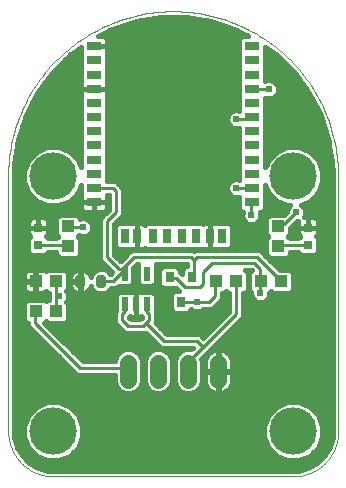
<source format=gtl>
G75*
%MOIN*%
%OFA0B0*%
%FSLAX25Y25*%
%IPPOS*%
%LPD*%
%AMOC8*
5,1,8,0,0,1.08239X$1,22.5*
%
%ADD10R,0.03150X0.03543*%
%ADD11C,0.02830*%
%ADD12R,0.03150X0.03150*%
%ADD13R,0.04331X0.03937*%
%ADD14R,0.05118X0.03150*%
%ADD15R,0.03150X0.05118*%
%ADD16C,0.00000*%
%ADD17C,0.05543*%
%ADD18C,0.15811*%
%ADD19R,0.02165X0.04724*%
%ADD20C,0.01600*%
%ADD21C,0.01000*%
%ADD22C,0.02400*%
D10*
X0060560Y0085443D03*
X0064300Y0077175D03*
X0068040Y0085443D03*
D11*
X0038153Y0084756D02*
X0038153Y0083256D01*
X0037447Y0083256D01*
X0037447Y0084756D01*
X0038153Y0084756D01*
X0031153Y0084756D02*
X0031153Y0083256D01*
X0030447Y0083256D01*
X0030447Y0084756D01*
X0031153Y0084756D01*
D12*
X0016800Y0096053D03*
X0016800Y0101959D03*
X0106800Y0101959D03*
X0106800Y0096053D03*
D13*
X0097646Y0084006D03*
X0090954Y0084006D03*
X0096800Y0095659D03*
X0096800Y0102352D03*
X0082646Y0084006D03*
X0075954Y0084006D03*
X0026800Y0095659D03*
X0026800Y0102352D03*
X0022646Y0084006D03*
X0022646Y0074006D03*
X0015954Y0074006D03*
X0015954Y0084006D03*
D14*
X0035422Y0110423D03*
X0035422Y0115148D03*
X0035422Y0119872D03*
X0035422Y0124596D03*
X0035422Y0129321D03*
X0035422Y0134045D03*
X0035422Y0138770D03*
X0035422Y0143494D03*
X0035422Y0148219D03*
X0035422Y0152943D03*
X0035422Y0157667D03*
X0035422Y0162392D03*
X0088178Y0162392D03*
X0088178Y0157667D03*
X0088178Y0152943D03*
X0088178Y0148219D03*
X0088178Y0143494D03*
X0088178Y0138770D03*
X0088178Y0134045D03*
X0088178Y0129321D03*
X0088178Y0124596D03*
X0088178Y0119872D03*
X0088178Y0115148D03*
X0088178Y0110423D03*
D15*
X0077942Y0099006D03*
X0074005Y0099006D03*
X0069280Y0099006D03*
X0064556Y0099006D03*
X0059831Y0099006D03*
X0055107Y0099006D03*
X0049595Y0099006D03*
X0045658Y0099006D03*
D16*
X0006800Y0119006D02*
X0006816Y0120345D01*
X0006865Y0121684D01*
X0006947Y0123021D01*
X0007061Y0124355D01*
X0007207Y0125687D01*
X0007386Y0127014D01*
X0007597Y0128337D01*
X0007841Y0129654D01*
X0008116Y0130965D01*
X0008423Y0132268D01*
X0008762Y0133564D01*
X0009132Y0134851D01*
X0009533Y0136129D01*
X0009966Y0137397D01*
X0010429Y0138654D01*
X0010923Y0139899D01*
X0011447Y0141132D01*
X0012000Y0142351D01*
X0012584Y0143557D01*
X0013196Y0144748D01*
X0013837Y0145924D01*
X0014507Y0147084D01*
X0015205Y0148227D01*
X0015930Y0149353D01*
X0016683Y0150461D01*
X0017462Y0151551D01*
X0018268Y0152621D01*
X0019099Y0153671D01*
X0019956Y0154700D01*
X0020838Y0155709D01*
X0021743Y0156695D01*
X0022673Y0157659D01*
X0023626Y0158601D01*
X0024601Y0159519D01*
X0025599Y0160412D01*
X0026618Y0161282D01*
X0027658Y0162126D01*
X0028718Y0162944D01*
X0029798Y0163737D01*
X0030896Y0164503D01*
X0032014Y0165242D01*
X0033148Y0165954D01*
X0034300Y0166637D01*
X0035468Y0167293D01*
X0036652Y0167920D01*
X0037850Y0168518D01*
X0039063Y0169086D01*
X0040289Y0169625D01*
X0041528Y0170134D01*
X0042779Y0170612D01*
X0044042Y0171060D01*
X0045314Y0171477D01*
X0046597Y0171863D01*
X0047889Y0172218D01*
X0049189Y0172541D01*
X0050496Y0172832D01*
X0051810Y0173091D01*
X0053130Y0173318D01*
X0054455Y0173513D01*
X0055785Y0173676D01*
X0057118Y0173806D01*
X0058453Y0173904D01*
X0059791Y0173969D01*
X0061130Y0174002D01*
X0062470Y0174002D01*
X0063809Y0173969D01*
X0065147Y0173904D01*
X0066482Y0173806D01*
X0067815Y0173676D01*
X0069145Y0173513D01*
X0070470Y0173318D01*
X0071790Y0173091D01*
X0073104Y0172832D01*
X0074411Y0172541D01*
X0075711Y0172218D01*
X0077003Y0171863D01*
X0078286Y0171477D01*
X0079558Y0171060D01*
X0080821Y0170612D01*
X0082072Y0170134D01*
X0083311Y0169625D01*
X0084537Y0169086D01*
X0085750Y0168518D01*
X0086948Y0167920D01*
X0088132Y0167293D01*
X0089300Y0166637D01*
X0090452Y0165954D01*
X0091586Y0165242D01*
X0092704Y0164503D01*
X0093802Y0163737D01*
X0094882Y0162944D01*
X0095942Y0162126D01*
X0096982Y0161282D01*
X0098001Y0160412D01*
X0098999Y0159519D01*
X0099974Y0158601D01*
X0100927Y0157659D01*
X0101857Y0156695D01*
X0102762Y0155709D01*
X0103644Y0154700D01*
X0104501Y0153671D01*
X0105332Y0152621D01*
X0106138Y0151551D01*
X0106917Y0150461D01*
X0107670Y0149353D01*
X0108395Y0148227D01*
X0109093Y0147084D01*
X0109763Y0145924D01*
X0110404Y0144748D01*
X0111016Y0143557D01*
X0111600Y0142351D01*
X0112153Y0141132D01*
X0112677Y0139899D01*
X0113171Y0138654D01*
X0113634Y0137397D01*
X0114067Y0136129D01*
X0114468Y0134851D01*
X0114838Y0133564D01*
X0115177Y0132268D01*
X0115484Y0130965D01*
X0115759Y0129654D01*
X0116003Y0128337D01*
X0116214Y0127014D01*
X0116393Y0125687D01*
X0116539Y0124355D01*
X0116653Y0123021D01*
X0116735Y0121684D01*
X0116784Y0120345D01*
X0116800Y0119006D01*
X0116800Y0034006D01*
X0116796Y0033644D01*
X0116782Y0033281D01*
X0116761Y0032919D01*
X0116730Y0032558D01*
X0116691Y0032198D01*
X0116643Y0031839D01*
X0116586Y0031481D01*
X0116521Y0031124D01*
X0116447Y0030769D01*
X0116364Y0030416D01*
X0116273Y0030065D01*
X0116174Y0029717D01*
X0116066Y0029371D01*
X0115950Y0029027D01*
X0115825Y0028687D01*
X0115693Y0028350D01*
X0115552Y0028016D01*
X0115403Y0027685D01*
X0115246Y0027358D01*
X0115082Y0027035D01*
X0114910Y0026716D01*
X0114730Y0026402D01*
X0114542Y0026091D01*
X0114347Y0025786D01*
X0114145Y0025485D01*
X0113935Y0025189D01*
X0113719Y0024899D01*
X0113495Y0024613D01*
X0113265Y0024333D01*
X0113028Y0024059D01*
X0112784Y0023791D01*
X0112534Y0023528D01*
X0112278Y0023272D01*
X0112015Y0023022D01*
X0111747Y0022778D01*
X0111473Y0022541D01*
X0111193Y0022311D01*
X0110907Y0022087D01*
X0110617Y0021871D01*
X0110321Y0021661D01*
X0110020Y0021459D01*
X0109715Y0021264D01*
X0109404Y0021076D01*
X0109090Y0020896D01*
X0108771Y0020724D01*
X0108448Y0020560D01*
X0108121Y0020403D01*
X0107790Y0020254D01*
X0107456Y0020113D01*
X0107119Y0019981D01*
X0106779Y0019856D01*
X0106435Y0019740D01*
X0106089Y0019632D01*
X0105741Y0019533D01*
X0105390Y0019442D01*
X0105037Y0019359D01*
X0104682Y0019285D01*
X0104325Y0019220D01*
X0103967Y0019163D01*
X0103608Y0019115D01*
X0103248Y0019076D01*
X0102887Y0019045D01*
X0102525Y0019024D01*
X0102162Y0019010D01*
X0101800Y0019006D01*
X0021800Y0019006D01*
X0021438Y0019010D01*
X0021075Y0019024D01*
X0020713Y0019045D01*
X0020352Y0019076D01*
X0019992Y0019115D01*
X0019633Y0019163D01*
X0019275Y0019220D01*
X0018918Y0019285D01*
X0018563Y0019359D01*
X0018210Y0019442D01*
X0017859Y0019533D01*
X0017511Y0019632D01*
X0017165Y0019740D01*
X0016821Y0019856D01*
X0016481Y0019981D01*
X0016144Y0020113D01*
X0015810Y0020254D01*
X0015479Y0020403D01*
X0015152Y0020560D01*
X0014829Y0020724D01*
X0014510Y0020896D01*
X0014196Y0021076D01*
X0013885Y0021264D01*
X0013580Y0021459D01*
X0013279Y0021661D01*
X0012983Y0021871D01*
X0012693Y0022087D01*
X0012407Y0022311D01*
X0012127Y0022541D01*
X0011853Y0022778D01*
X0011585Y0023022D01*
X0011322Y0023272D01*
X0011066Y0023528D01*
X0010816Y0023791D01*
X0010572Y0024059D01*
X0010335Y0024333D01*
X0010105Y0024613D01*
X0009881Y0024899D01*
X0009665Y0025189D01*
X0009455Y0025485D01*
X0009253Y0025786D01*
X0009058Y0026091D01*
X0008870Y0026402D01*
X0008690Y0026716D01*
X0008518Y0027035D01*
X0008354Y0027358D01*
X0008197Y0027685D01*
X0008048Y0028016D01*
X0007907Y0028350D01*
X0007775Y0028687D01*
X0007650Y0029027D01*
X0007534Y0029371D01*
X0007426Y0029717D01*
X0007327Y0030065D01*
X0007236Y0030416D01*
X0007153Y0030769D01*
X0007079Y0031124D01*
X0007014Y0031481D01*
X0006957Y0031839D01*
X0006909Y0032198D01*
X0006870Y0032558D01*
X0006839Y0032919D01*
X0006818Y0033281D01*
X0006804Y0033644D01*
X0006800Y0034006D01*
X0006800Y0119006D01*
D17*
X0046800Y0056778D02*
X0046800Y0051234D01*
X0056800Y0051234D02*
X0056800Y0056778D01*
X0066800Y0056778D02*
X0066800Y0051234D01*
X0076800Y0051234D02*
X0076800Y0056778D01*
D18*
X0101800Y0034006D03*
X0101800Y0119006D03*
X0021800Y0119006D03*
X0021800Y0034006D03*
D19*
X0045560Y0076388D03*
X0049300Y0076388D03*
X0053040Y0076388D03*
X0053040Y0086624D03*
X0045560Y0086624D03*
D20*
X0011328Y0025970D02*
X0013764Y0023534D01*
X0016749Y0021811D01*
X0020077Y0020919D01*
X0021800Y0020806D01*
X0101800Y0020806D01*
X0103523Y0020919D01*
X0106851Y0021811D01*
X0109836Y0023534D01*
X0112272Y0025970D01*
X0113995Y0028954D01*
X0114887Y0032283D01*
X0115000Y0034006D01*
X0115000Y0119006D01*
X0114836Y0123180D01*
X0113530Y0131425D01*
X0110950Y0139365D01*
X0107160Y0146803D01*
X0102254Y0153557D01*
X0096351Y0159459D01*
X0092537Y0162230D01*
X0092537Y0160071D01*
X0092495Y0160030D01*
X0092537Y0159988D01*
X0092537Y0155347D01*
X0092495Y0155305D01*
X0092537Y0155263D01*
X0092537Y0150730D01*
X0093203Y0151006D01*
X0094397Y0151006D01*
X0095499Y0150549D01*
X0096343Y0149705D01*
X0096800Y0148603D01*
X0096800Y0147409D01*
X0096343Y0146307D01*
X0095499Y0145463D01*
X0094397Y0145006D01*
X0093203Y0145006D01*
X0092537Y0145282D01*
X0092537Y0141174D01*
X0092495Y0141132D01*
X0092537Y0141090D01*
X0092537Y0136449D01*
X0092495Y0136407D01*
X0092537Y0136366D01*
X0092537Y0131725D01*
X0092495Y0131683D01*
X0092537Y0131641D01*
X0092537Y0127000D01*
X0092495Y0126959D01*
X0092537Y0126917D01*
X0092537Y0122276D01*
X0092495Y0122234D01*
X0092537Y0122192D01*
X0092537Y0122005D01*
X0093572Y0124504D01*
X0096302Y0127234D01*
X0099869Y0128711D01*
X0103731Y0128711D01*
X0107298Y0127234D01*
X0110028Y0124504D01*
X0111505Y0120936D01*
X0111505Y0117075D01*
X0110028Y0113508D01*
X0107298Y0110778D01*
X0104415Y0109584D01*
X0104499Y0109549D01*
X0105343Y0108705D01*
X0105800Y0107603D01*
X0105800Y0106409D01*
X0105354Y0105333D01*
X0106800Y0105333D01*
X0106800Y0101959D01*
X0106800Y0101959D01*
X0106800Y0105333D01*
X0108612Y0105333D01*
X0109070Y0105211D01*
X0109480Y0104974D01*
X0109815Y0104639D01*
X0110052Y0104228D01*
X0110175Y0103770D01*
X0110175Y0101959D01*
X0106800Y0101959D01*
X0106800Y0101959D01*
X0103425Y0101959D01*
X0103425Y0103770D01*
X0103500Y0104049D01*
X0103397Y0104006D01*
X0103053Y0104006D01*
X0100765Y0101719D01*
X0100765Y0099638D01*
X0100133Y0099006D01*
X0100765Y0098374D01*
X0100765Y0098306D01*
X0103425Y0098306D01*
X0103425Y0098374D01*
X0104058Y0099006D01*
X0103785Y0099279D01*
X0103548Y0099689D01*
X0103425Y0100147D01*
X0103425Y0101959D01*
X0106800Y0101959D01*
X0106800Y0101959D01*
X0110175Y0101959D01*
X0110175Y0100147D01*
X0110052Y0099689D01*
X0109815Y0099279D01*
X0109542Y0099006D01*
X0110175Y0098374D01*
X0110175Y0093733D01*
X0109120Y0092678D01*
X0104480Y0092678D01*
X0103452Y0093706D01*
X0100765Y0093706D01*
X0100765Y0092945D01*
X0099711Y0091891D01*
X0093889Y0091891D01*
X0092835Y0092945D01*
X0092835Y0098374D01*
X0093467Y0099006D01*
X0092835Y0099638D01*
X0092835Y0105066D01*
X0093889Y0106121D01*
X0098662Y0106121D01*
X0099800Y0107259D01*
X0099800Y0107603D01*
X0100257Y0108705D01*
X0100852Y0109300D01*
X0099869Y0109300D01*
X0096302Y0110778D01*
X0093572Y0113508D01*
X0092537Y0116007D01*
X0092537Y0112827D01*
X0092495Y0112785D01*
X0092537Y0112744D01*
X0092537Y0108103D01*
X0091483Y0107048D01*
X0090615Y0107048D01*
X0090800Y0106603D01*
X0090800Y0105409D01*
X0090343Y0104307D01*
X0089499Y0103463D01*
X0088397Y0103006D01*
X0087203Y0103006D01*
X0086101Y0103463D01*
X0085257Y0104307D01*
X0084800Y0105409D01*
X0084800Y0106603D01*
X0084985Y0107048D01*
X0084873Y0107048D01*
X0083819Y0108103D01*
X0083819Y0112181D01*
X0083397Y0112006D01*
X0082203Y0112006D01*
X0081101Y0112463D01*
X0080257Y0113307D01*
X0079800Y0114409D01*
X0079800Y0115603D01*
X0080257Y0116705D01*
X0081101Y0117549D01*
X0082203Y0118006D01*
X0083397Y0118006D01*
X0083819Y0117831D01*
X0083819Y0122192D01*
X0083861Y0122234D01*
X0083819Y0122276D01*
X0083819Y0126917D01*
X0083861Y0126959D01*
X0083819Y0127000D01*
X0083819Y0131641D01*
X0083861Y0131683D01*
X0083819Y0131725D01*
X0083819Y0135181D01*
X0083397Y0135006D01*
X0082203Y0135006D01*
X0081101Y0135463D01*
X0080257Y0136307D01*
X0079800Y0137409D01*
X0079800Y0138603D01*
X0080257Y0139705D01*
X0081101Y0140549D01*
X0082203Y0141006D01*
X0083397Y0141006D01*
X0083819Y0140831D01*
X0083819Y0141090D01*
X0083861Y0141132D01*
X0083819Y0141174D01*
X0083819Y0145814D01*
X0083861Y0145856D01*
X0083819Y0145898D01*
X0083819Y0150539D01*
X0083861Y0150581D01*
X0083819Y0150623D01*
X0083819Y0155263D01*
X0083861Y0155305D01*
X0083819Y0155347D01*
X0083819Y0159988D01*
X0083861Y0160030D01*
X0083819Y0160071D01*
X0083819Y0164712D01*
X0084873Y0165767D01*
X0086849Y0165767D01*
X0082159Y0168156D01*
X0074219Y0170736D01*
X0065974Y0172042D01*
X0057626Y0172042D01*
X0049381Y0170736D01*
X0041441Y0168156D01*
X0036751Y0165767D01*
X0038218Y0165767D01*
X0038676Y0165644D01*
X0039086Y0165407D01*
X0039421Y0165072D01*
X0039658Y0164661D01*
X0039781Y0164204D01*
X0039781Y0162392D01*
X0035422Y0162392D01*
X0035422Y0162392D01*
X0039781Y0162392D01*
X0039781Y0160580D01*
X0039658Y0160122D01*
X0039654Y0160115D01*
X0039781Y0159988D01*
X0039781Y0155347D01*
X0039739Y0155305D01*
X0039781Y0155263D01*
X0039781Y0150623D01*
X0039654Y0150496D01*
X0039658Y0150488D01*
X0039781Y0150030D01*
X0039781Y0148219D01*
X0035422Y0148219D01*
X0035422Y0148218D01*
X0031063Y0148218D01*
X0031063Y0146407D01*
X0031186Y0145949D01*
X0031190Y0145941D01*
X0031063Y0145814D01*
X0031063Y0141174D01*
X0031105Y0141132D01*
X0031063Y0141090D01*
X0031063Y0136449D01*
X0031105Y0136407D01*
X0031063Y0136366D01*
X0031063Y0131725D01*
X0031105Y0131683D01*
X0031063Y0131641D01*
X0031063Y0127000D01*
X0031105Y0126959D01*
X0031063Y0126917D01*
X0031063Y0122276D01*
X0031105Y0122234D01*
X0031063Y0122192D01*
X0031063Y0122005D01*
X0030028Y0124504D01*
X0027298Y0127234D01*
X0023731Y0128711D01*
X0019869Y0128711D01*
X0016302Y0127234D01*
X0013572Y0124504D01*
X0012094Y0120936D01*
X0012094Y0117075D01*
X0013572Y0113508D01*
X0016302Y0110778D01*
X0019869Y0109300D01*
X0023731Y0109300D01*
X0027298Y0110778D01*
X0030028Y0113508D01*
X0031063Y0116007D01*
X0031063Y0112827D01*
X0031190Y0112700D01*
X0031186Y0112693D01*
X0031063Y0112235D01*
X0031063Y0110423D01*
X0031063Y0108611D01*
X0031186Y0108154D01*
X0031423Y0107743D01*
X0031758Y0107408D01*
X0032168Y0107171D01*
X0032626Y0107048D01*
X0035422Y0107048D01*
X0038218Y0107048D01*
X0038676Y0107171D01*
X0039086Y0107408D01*
X0039421Y0107743D01*
X0039658Y0108154D01*
X0039781Y0108611D01*
X0039781Y0110423D01*
X0035422Y0110423D01*
X0035422Y0110423D01*
X0035422Y0107048D01*
X0035422Y0110423D01*
X0031063Y0110423D01*
X0035422Y0110423D01*
X0035422Y0110423D01*
X0035422Y0110423D01*
X0039781Y0110423D01*
X0039781Y0112235D01*
X0039658Y0112693D01*
X0039654Y0112700D01*
X0039660Y0112706D01*
X0040500Y0112706D01*
X0040500Y0107959D01*
X0038847Y0106306D01*
X0037500Y0104959D01*
X0037500Y0091053D01*
X0041500Y0087053D01*
X0041547Y0087006D01*
X0040949Y0086408D01*
X0040879Y0086577D01*
X0039975Y0087482D01*
X0038793Y0087971D01*
X0036807Y0087971D01*
X0035625Y0087482D01*
X0034721Y0086577D01*
X0034281Y0085515D01*
X0034245Y0085694D01*
X0034003Y0086279D01*
X0033651Y0086806D01*
X0033203Y0087254D01*
X0032676Y0087605D01*
X0032091Y0087848D01*
X0031470Y0087971D01*
X0030884Y0087971D01*
X0030884Y0084090D01*
X0030716Y0084090D01*
X0030716Y0083922D01*
X0027231Y0083922D01*
X0027231Y0082939D01*
X0027355Y0082318D01*
X0027597Y0081733D01*
X0027949Y0081206D01*
X0028397Y0080758D01*
X0028924Y0080406D01*
X0029509Y0080164D01*
X0030130Y0080041D01*
X0030716Y0080041D01*
X0030716Y0083922D01*
X0030884Y0083922D01*
X0030884Y0080041D01*
X0031470Y0080041D01*
X0032091Y0080164D01*
X0032676Y0080406D01*
X0033203Y0080758D01*
X0033651Y0081206D01*
X0034003Y0081733D01*
X0034245Y0082318D01*
X0034281Y0082497D01*
X0034721Y0081434D01*
X0035625Y0080530D01*
X0036807Y0080041D01*
X0038793Y0080041D01*
X0039975Y0080530D01*
X0040879Y0081434D01*
X0040992Y0081706D01*
X0042753Y0081706D01*
X0043620Y0082573D01*
X0043732Y0082462D01*
X0047388Y0082462D01*
X0048443Y0083516D01*
X0048443Y0088396D01*
X0049753Y0089706D01*
X0050157Y0089706D01*
X0050157Y0083516D01*
X0051212Y0082462D01*
X0054868Y0082462D01*
X0055923Y0083516D01*
X0055923Y0089706D01*
X0066500Y0089706D01*
X0066500Y0089015D01*
X0065720Y0089015D01*
X0064665Y0087960D01*
X0064665Y0086393D01*
X0063935Y0087124D01*
X0063935Y0087960D01*
X0062880Y0089015D01*
X0058239Y0089015D01*
X0057185Y0087960D01*
X0057185Y0082926D01*
X0058239Y0081871D01*
X0062682Y0081871D01*
X0063500Y0081053D01*
X0063806Y0080747D01*
X0061980Y0080747D01*
X0060925Y0079692D01*
X0060925Y0074658D01*
X0061980Y0073604D01*
X0066620Y0073604D01*
X0067675Y0074658D01*
X0067675Y0074706D01*
X0067857Y0074706D01*
X0068101Y0074463D01*
X0069203Y0074006D01*
X0070397Y0074006D01*
X0071499Y0074463D01*
X0071743Y0074706D01*
X0074753Y0074706D01*
X0076753Y0076706D01*
X0078100Y0078053D01*
X0078100Y0080237D01*
X0078864Y0080237D01*
X0079300Y0080673D01*
X0079736Y0080237D01*
X0080500Y0080237D01*
X0080500Y0073959D01*
X0071800Y0065259D01*
X0070753Y0066306D01*
X0059753Y0066306D01*
X0056053Y0070006D01*
X0056100Y0070053D01*
X0056100Y0073959D01*
X0055923Y0074136D01*
X0055923Y0079496D01*
X0054868Y0080550D01*
X0051212Y0080550D01*
X0051085Y0080423D01*
X0051077Y0080427D01*
X0050620Y0080550D01*
X0049300Y0080550D01*
X0049300Y0076388D01*
X0049300Y0076388D01*
X0049300Y0080550D01*
X0047980Y0080550D01*
X0047523Y0080427D01*
X0047515Y0080423D01*
X0047388Y0080550D01*
X0043732Y0080550D01*
X0042677Y0079496D01*
X0042677Y0074136D01*
X0042500Y0073959D01*
X0042500Y0070053D01*
X0044500Y0068053D01*
X0045847Y0066706D01*
X0052753Y0066706D01*
X0052800Y0066753D01*
X0056500Y0063053D01*
X0057847Y0061706D01*
X0068247Y0061706D01*
X0067838Y0061296D01*
X0067709Y0061349D01*
X0065891Y0061349D01*
X0064210Y0060653D01*
X0062924Y0059367D01*
X0062228Y0057687D01*
X0062228Y0050325D01*
X0062924Y0048645D01*
X0064210Y0047359D01*
X0065891Y0046663D01*
X0067709Y0046663D01*
X0069390Y0047359D01*
X0070676Y0048645D01*
X0071372Y0050325D01*
X0071372Y0057687D01*
X0071185Y0058138D01*
X0072753Y0059706D01*
X0074100Y0061053D01*
X0085100Y0072053D01*
X0085100Y0080237D01*
X0085557Y0080237D01*
X0086612Y0081292D01*
X0086612Y0086720D01*
X0085626Y0087706D01*
X0087847Y0087706D01*
X0087911Y0087643D01*
X0086988Y0086720D01*
X0086988Y0081292D01*
X0087800Y0080480D01*
X0087800Y0079409D01*
X0088257Y0078307D01*
X0089101Y0077463D01*
X0090203Y0077006D01*
X0091397Y0077006D01*
X0092499Y0077463D01*
X0093343Y0078307D01*
X0093800Y0079409D01*
X0093800Y0080237D01*
X0093864Y0080237D01*
X0094300Y0080673D01*
X0094736Y0080237D01*
X0100557Y0080237D01*
X0101612Y0081292D01*
X0101612Y0086720D01*
X0100557Y0087774D01*
X0097284Y0087774D01*
X0090753Y0094306D01*
X0068847Y0094306D01*
X0068800Y0094259D01*
X0068753Y0094306D01*
X0047847Y0094306D01*
X0044328Y0090786D01*
X0044272Y0090786D01*
X0042100Y0092959D01*
X0042100Y0103053D01*
X0045100Y0106053D01*
X0045100Y0114959D01*
X0043753Y0116306D01*
X0042753Y0117306D01*
X0039781Y0117306D01*
X0039781Y0117468D01*
X0039739Y0117510D01*
X0039781Y0117552D01*
X0039781Y0122192D01*
X0039739Y0122234D01*
X0039781Y0122276D01*
X0039781Y0126917D01*
X0039739Y0126959D01*
X0039781Y0127000D01*
X0039781Y0131641D01*
X0039739Y0131683D01*
X0039781Y0131725D01*
X0039781Y0136366D01*
X0039739Y0136407D01*
X0039781Y0136449D01*
X0039781Y0141090D01*
X0039739Y0141132D01*
X0039781Y0141174D01*
X0039781Y0145814D01*
X0039654Y0145941D01*
X0039658Y0145949D01*
X0039781Y0146407D01*
X0039781Y0148218D01*
X0035422Y0148218D01*
X0035422Y0148219D01*
X0031063Y0148219D01*
X0031063Y0150030D01*
X0031186Y0150488D01*
X0031190Y0150496D01*
X0031063Y0150623D01*
X0031063Y0155263D01*
X0031105Y0155305D01*
X0031063Y0155347D01*
X0031063Y0159988D01*
X0031190Y0160115D01*
X0031186Y0160122D01*
X0031063Y0160580D01*
X0031063Y0162230D01*
X0027249Y0159459D01*
X0021346Y0153557D01*
X0016440Y0146803D01*
X0012650Y0139365D01*
X0010070Y0131425D01*
X0008764Y0123180D01*
X0008600Y0119006D01*
X0008600Y0034006D01*
X0008713Y0032283D01*
X0009605Y0028954D01*
X0011328Y0025970D01*
X0011898Y0025400D02*
X0017215Y0025400D01*
X0016302Y0025778D02*
X0019869Y0024300D01*
X0023731Y0024300D01*
X0027298Y0025778D01*
X0030028Y0028508D01*
X0031505Y0032075D01*
X0031505Y0035936D01*
X0030028Y0039504D01*
X0027298Y0042234D01*
X0023731Y0043711D01*
X0019869Y0043711D01*
X0016302Y0042234D01*
X0013572Y0039504D01*
X0012094Y0035936D01*
X0012094Y0032075D01*
X0013572Y0028508D01*
X0016302Y0025778D01*
X0015082Y0026998D02*
X0010734Y0026998D01*
X0009811Y0028597D02*
X0013535Y0028597D01*
X0012873Y0030195D02*
X0009272Y0030195D01*
X0008844Y0031794D02*
X0012211Y0031794D01*
X0012094Y0033393D02*
X0008640Y0033393D01*
X0008600Y0034991D02*
X0012094Y0034991D01*
X0012365Y0036590D02*
X0008600Y0036590D01*
X0008600Y0038188D02*
X0013027Y0038188D01*
X0013855Y0039787D02*
X0008600Y0039787D01*
X0008600Y0041385D02*
X0015453Y0041385D01*
X0018112Y0042984D02*
X0008600Y0042984D01*
X0008600Y0044582D02*
X0115000Y0044582D01*
X0115000Y0042984D02*
X0105488Y0042984D01*
X0103731Y0043711D02*
X0107298Y0042234D01*
X0110028Y0039504D01*
X0111505Y0035936D01*
X0111505Y0032075D01*
X0110028Y0028508D01*
X0107298Y0025778D01*
X0103731Y0024300D01*
X0099869Y0024300D01*
X0096302Y0025778D01*
X0093572Y0028508D01*
X0092094Y0032075D01*
X0092094Y0035936D01*
X0093572Y0039504D01*
X0096302Y0042234D01*
X0099869Y0043711D01*
X0103731Y0043711D01*
X0108146Y0041385D02*
X0115000Y0041385D01*
X0115000Y0039787D02*
X0109745Y0039787D01*
X0110573Y0038188D02*
X0115000Y0038188D01*
X0115000Y0036590D02*
X0111235Y0036590D01*
X0111505Y0034991D02*
X0115000Y0034991D01*
X0114960Y0033393D02*
X0111505Y0033393D01*
X0111389Y0031794D02*
X0114756Y0031794D01*
X0114328Y0030195D02*
X0110727Y0030195D01*
X0110065Y0028597D02*
X0113789Y0028597D01*
X0112866Y0026998D02*
X0108518Y0026998D01*
X0106385Y0025400D02*
X0111702Y0025400D01*
X0110103Y0023801D02*
X0013497Y0023801D01*
X0016069Y0022203D02*
X0107531Y0022203D01*
X0097215Y0025400D02*
X0026385Y0025400D01*
X0028518Y0026998D02*
X0095082Y0026998D01*
X0093535Y0028597D02*
X0030065Y0028597D01*
X0030727Y0030195D02*
X0092873Y0030195D01*
X0092211Y0031794D02*
X0031389Y0031794D01*
X0031505Y0033393D02*
X0092094Y0033393D01*
X0092094Y0034991D02*
X0031505Y0034991D01*
X0031235Y0036590D02*
X0092365Y0036590D01*
X0093027Y0038188D02*
X0030573Y0038188D01*
X0029745Y0039787D02*
X0093855Y0039787D01*
X0095453Y0041385D02*
X0028146Y0041385D01*
X0025488Y0042984D02*
X0098112Y0042984D01*
X0081607Y0068560D02*
X0115000Y0068560D01*
X0115000Y0070158D02*
X0083205Y0070158D01*
X0084804Y0071757D02*
X0115000Y0071757D01*
X0115000Y0073355D02*
X0085100Y0073355D01*
X0085100Y0074954D02*
X0115000Y0074954D01*
X0115000Y0076552D02*
X0085100Y0076552D01*
X0085100Y0078151D02*
X0088412Y0078151D01*
X0087800Y0079749D02*
X0085100Y0079749D01*
X0086612Y0081348D02*
X0086988Y0081348D01*
X0086988Y0082946D02*
X0086612Y0082946D01*
X0086612Y0084545D02*
X0086988Y0084545D01*
X0086988Y0086143D02*
X0086612Y0086143D01*
X0092521Y0092537D02*
X0093243Y0092537D01*
X0092835Y0094136D02*
X0090923Y0094136D01*
X0092835Y0095734D02*
X0081317Y0095734D01*
X0081317Y0095701D02*
X0081317Y0102311D01*
X0080262Y0103365D01*
X0075621Y0103365D01*
X0074005Y0103365D01*
X0074005Y0099006D01*
X0074005Y0099006D01*
X0074005Y0094647D01*
X0080262Y0094647D01*
X0081317Y0095701D01*
X0081317Y0097333D02*
X0092835Y0097333D01*
X0093393Y0098931D02*
X0081317Y0098931D01*
X0081317Y0100530D02*
X0092835Y0100530D01*
X0092835Y0102128D02*
X0081317Y0102128D01*
X0084835Y0105326D02*
X0044372Y0105326D01*
X0045100Y0106924D02*
X0084933Y0106924D01*
X0083819Y0108523D02*
X0045100Y0108523D01*
X0045100Y0110121D02*
X0083819Y0110121D01*
X0083819Y0111720D02*
X0045100Y0111720D01*
X0045100Y0113318D02*
X0080252Y0113318D01*
X0079800Y0114917D02*
X0045100Y0114917D01*
X0043543Y0116515D02*
X0080178Y0116515D01*
X0083819Y0118114D02*
X0039781Y0118114D01*
X0039781Y0119712D02*
X0083819Y0119712D01*
X0083819Y0121311D02*
X0039781Y0121311D01*
X0039781Y0122909D02*
X0083819Y0122909D01*
X0083819Y0124508D02*
X0039781Y0124508D01*
X0039781Y0126106D02*
X0083819Y0126106D01*
X0083819Y0127705D02*
X0039781Y0127705D01*
X0039781Y0129303D02*
X0083819Y0129303D01*
X0083819Y0130902D02*
X0039781Y0130902D01*
X0039781Y0132500D02*
X0083819Y0132500D01*
X0083819Y0134099D02*
X0039781Y0134099D01*
X0039781Y0135697D02*
X0080866Y0135697D01*
X0079847Y0137296D02*
X0039781Y0137296D01*
X0039781Y0138894D02*
X0079921Y0138894D01*
X0081044Y0140493D02*
X0039781Y0140493D01*
X0039781Y0142091D02*
X0083819Y0142091D01*
X0083819Y0143690D02*
X0039781Y0143690D01*
X0039781Y0145288D02*
X0083819Y0145288D01*
X0083819Y0146887D02*
X0039781Y0146887D01*
X0039781Y0148485D02*
X0083819Y0148485D01*
X0083819Y0150084D02*
X0039767Y0150084D01*
X0039781Y0151682D02*
X0083819Y0151682D01*
X0083819Y0153281D02*
X0039781Y0153281D01*
X0039781Y0154879D02*
X0083819Y0154879D01*
X0083819Y0156478D02*
X0039781Y0156478D01*
X0039781Y0158076D02*
X0083819Y0158076D01*
X0083819Y0159675D02*
X0039781Y0159675D01*
X0039781Y0161273D02*
X0083819Y0161273D01*
X0083819Y0162872D02*
X0039781Y0162872D01*
X0039710Y0164470D02*
X0083819Y0164470D01*
X0086255Y0166069D02*
X0037345Y0166069D01*
X0040482Y0167667D02*
X0083118Y0167667D01*
X0078744Y0169266D02*
X0044856Y0169266D01*
X0050192Y0170864D02*
X0073408Y0170864D01*
X0092537Y0161273D02*
X0093854Y0161273D01*
X0092537Y0159675D02*
X0096054Y0159675D01*
X0097734Y0158076D02*
X0092537Y0158076D01*
X0092537Y0156478D02*
X0099332Y0156478D01*
X0100931Y0154879D02*
X0092537Y0154879D01*
X0092537Y0153281D02*
X0102454Y0153281D01*
X0103615Y0151682D02*
X0092537Y0151682D01*
X0095965Y0150084D02*
X0104777Y0150084D01*
X0105938Y0148485D02*
X0096800Y0148485D01*
X0096584Y0146887D02*
X0107099Y0146887D01*
X0107932Y0145288D02*
X0095078Y0145288D01*
X0092537Y0143690D02*
X0108747Y0143690D01*
X0109561Y0142091D02*
X0092537Y0142091D01*
X0092537Y0140493D02*
X0110376Y0140493D01*
X0111103Y0138894D02*
X0092537Y0138894D01*
X0092537Y0137296D02*
X0111623Y0137296D01*
X0112142Y0135697D02*
X0092537Y0135697D01*
X0092537Y0134099D02*
X0112661Y0134099D01*
X0113181Y0132500D02*
X0092537Y0132500D01*
X0092537Y0130902D02*
X0113613Y0130902D01*
X0113866Y0129303D02*
X0092537Y0129303D01*
X0092537Y0127705D02*
X0097439Y0127705D01*
X0095175Y0126106D02*
X0092537Y0126106D01*
X0092537Y0124508D02*
X0093576Y0124508D01*
X0092912Y0122909D02*
X0092537Y0122909D01*
X0092537Y0114917D02*
X0092989Y0114917D01*
X0092537Y0113318D02*
X0093762Y0113318D01*
X0092537Y0111720D02*
X0095361Y0111720D01*
X0097888Y0110121D02*
X0092537Y0110121D01*
X0092537Y0108523D02*
X0100181Y0108523D01*
X0099465Y0106924D02*
X0090667Y0106924D01*
X0090765Y0105326D02*
X0093094Y0105326D01*
X0092835Y0103727D02*
X0089764Y0103727D01*
X0085836Y0103727D02*
X0042774Y0103727D01*
X0043338Y0103365D02*
X0042283Y0102311D01*
X0042283Y0095701D01*
X0043338Y0094647D01*
X0047979Y0094647D01*
X0049595Y0094647D01*
X0049595Y0099006D01*
X0049595Y0103365D01*
X0043338Y0103365D01*
X0042283Y0102128D02*
X0042100Y0102128D01*
X0042100Y0100530D02*
X0042283Y0100530D01*
X0042283Y0098931D02*
X0042100Y0098931D01*
X0042100Y0097333D02*
X0042283Y0097333D01*
X0042283Y0095734D02*
X0042100Y0095734D01*
X0042100Y0094136D02*
X0047677Y0094136D01*
X0046079Y0092537D02*
X0042521Y0092537D01*
X0044120Y0090939D02*
X0044480Y0090939D01*
X0040811Y0087742D02*
X0039347Y0087742D01*
X0039213Y0089340D02*
X0008600Y0089340D01*
X0008600Y0087742D02*
X0013430Y0087742D01*
X0013551Y0087774D02*
X0013093Y0087652D01*
X0012683Y0087415D01*
X0012348Y0087080D01*
X0012111Y0086669D01*
X0011988Y0086211D01*
X0011988Y0084190D01*
X0015769Y0084190D01*
X0015769Y0083822D01*
X0011988Y0083822D01*
X0011988Y0081800D01*
X0012111Y0081343D01*
X0012348Y0080932D01*
X0012683Y0080597D01*
X0013093Y0080360D01*
X0013551Y0080237D01*
X0015769Y0080237D01*
X0015769Y0083822D01*
X0016138Y0083822D01*
X0016138Y0080237D01*
X0018356Y0080237D01*
X0018814Y0080360D01*
X0019224Y0080597D01*
X0019300Y0080673D01*
X0019736Y0080237D01*
X0020500Y0080237D01*
X0020500Y0077774D01*
X0019736Y0077774D01*
X0019300Y0077339D01*
X0018864Y0077774D01*
X0013043Y0077774D01*
X0011988Y0076720D01*
X0011988Y0071292D01*
X0013043Y0070237D01*
X0013500Y0070237D01*
X0013500Y0069053D01*
X0028500Y0054053D01*
X0029847Y0052706D01*
X0042228Y0052706D01*
X0042228Y0050325D01*
X0042924Y0048645D01*
X0044210Y0047359D01*
X0045891Y0046663D01*
X0047709Y0046663D01*
X0049390Y0047359D01*
X0050676Y0048645D01*
X0051372Y0050325D01*
X0051372Y0057687D01*
X0050676Y0059367D01*
X0049390Y0060653D01*
X0047709Y0061349D01*
X0045891Y0061349D01*
X0044210Y0060653D01*
X0042924Y0059367D01*
X0042228Y0057687D01*
X0042228Y0057306D01*
X0031753Y0057306D01*
X0018821Y0070237D01*
X0018864Y0070237D01*
X0019300Y0070673D01*
X0019736Y0070237D01*
X0025557Y0070237D01*
X0026612Y0071292D01*
X0026612Y0076720D01*
X0026184Y0077148D01*
X0026343Y0077307D01*
X0026800Y0078409D01*
X0026800Y0079603D01*
X0026343Y0080705D01*
X0026184Y0080864D01*
X0026612Y0081292D01*
X0026612Y0086720D01*
X0025557Y0087774D01*
X0019736Y0087774D01*
X0019300Y0087339D01*
X0019224Y0087415D01*
X0018814Y0087652D01*
X0018356Y0087774D01*
X0016138Y0087774D01*
X0016138Y0084190D01*
X0015769Y0084190D01*
X0015769Y0087774D01*
X0013551Y0087774D01*
X0011988Y0086143D02*
X0008600Y0086143D01*
X0008600Y0084545D02*
X0011988Y0084545D01*
X0011988Y0082946D02*
X0008600Y0082946D01*
X0008600Y0081348D02*
X0012109Y0081348D01*
X0011988Y0076552D02*
X0008600Y0076552D01*
X0008600Y0074954D02*
X0011988Y0074954D01*
X0011988Y0073355D02*
X0008600Y0073355D01*
X0008600Y0071757D02*
X0011988Y0071757D01*
X0013500Y0070158D02*
X0008600Y0070158D01*
X0008600Y0068560D02*
X0013993Y0068560D01*
X0015592Y0066961D02*
X0008600Y0066961D01*
X0008600Y0065363D02*
X0017190Y0065363D01*
X0018789Y0063764D02*
X0008600Y0063764D01*
X0008600Y0062166D02*
X0020388Y0062166D01*
X0021986Y0060567D02*
X0008600Y0060567D01*
X0008600Y0058969D02*
X0023585Y0058969D01*
X0025183Y0057370D02*
X0008600Y0057370D01*
X0008600Y0055772D02*
X0026782Y0055772D01*
X0028380Y0054173D02*
X0008600Y0054173D01*
X0008600Y0052575D02*
X0042228Y0052575D01*
X0042228Y0050976D02*
X0008600Y0050976D01*
X0008600Y0049378D02*
X0042621Y0049378D01*
X0043790Y0047779D02*
X0008600Y0047779D01*
X0008600Y0046181D02*
X0115000Y0046181D01*
X0115000Y0047779D02*
X0079810Y0047779D01*
X0079778Y0047747D02*
X0080287Y0048256D01*
X0080710Y0048838D01*
X0081037Y0049479D01*
X0081259Y0050164D01*
X0081372Y0050874D01*
X0081372Y0053920D01*
X0076886Y0053920D01*
X0076886Y0054092D01*
X0076714Y0054092D01*
X0076714Y0061349D01*
X0076440Y0061349D01*
X0075729Y0061237D01*
X0075045Y0061014D01*
X0074404Y0060688D01*
X0073822Y0060265D01*
X0073313Y0059756D01*
X0072890Y0059174D01*
X0072563Y0058532D01*
X0072341Y0057848D01*
X0072228Y0057137D01*
X0072228Y0054092D01*
X0076714Y0054092D01*
X0076714Y0053920D01*
X0072228Y0053920D01*
X0072228Y0050874D01*
X0072341Y0050164D01*
X0072563Y0049479D01*
X0072890Y0048838D01*
X0073313Y0048256D01*
X0073822Y0047747D01*
X0074404Y0047324D01*
X0075045Y0046998D01*
X0075729Y0046775D01*
X0076440Y0046663D01*
X0076714Y0046663D01*
X0076714Y0053920D01*
X0076886Y0053920D01*
X0076886Y0046663D01*
X0077160Y0046663D01*
X0077871Y0046775D01*
X0078555Y0046998D01*
X0079196Y0047324D01*
X0079778Y0047747D01*
X0080985Y0049378D02*
X0115000Y0049378D01*
X0115000Y0050976D02*
X0081372Y0050976D01*
X0081372Y0052575D02*
X0115000Y0052575D01*
X0115000Y0054173D02*
X0081372Y0054173D01*
X0081372Y0054092D02*
X0081372Y0057137D01*
X0081259Y0057848D01*
X0081037Y0058532D01*
X0080710Y0059174D01*
X0080287Y0059756D01*
X0079778Y0060265D01*
X0079196Y0060688D01*
X0078555Y0061014D01*
X0077871Y0061237D01*
X0077160Y0061349D01*
X0076886Y0061349D01*
X0076886Y0054092D01*
X0081372Y0054092D01*
X0081372Y0055772D02*
X0115000Y0055772D01*
X0115000Y0057370D02*
X0081335Y0057370D01*
X0080814Y0058969D02*
X0115000Y0058969D01*
X0115000Y0060567D02*
X0079362Y0060567D01*
X0076886Y0060567D02*
X0076714Y0060567D01*
X0076714Y0058969D02*
X0076886Y0058969D01*
X0076886Y0057370D02*
X0076714Y0057370D01*
X0076714Y0055772D02*
X0076886Y0055772D01*
X0076886Y0054173D02*
X0076714Y0054173D01*
X0076714Y0052575D02*
X0076886Y0052575D01*
X0076886Y0050976D02*
X0076714Y0050976D01*
X0076714Y0049378D02*
X0076886Y0049378D01*
X0076886Y0047779D02*
X0076714Y0047779D01*
X0073790Y0047779D02*
X0069810Y0047779D01*
X0070979Y0049378D02*
X0072615Y0049378D01*
X0072228Y0050976D02*
X0071372Y0050976D01*
X0071372Y0052575D02*
X0072228Y0052575D01*
X0072228Y0054173D02*
X0071372Y0054173D01*
X0071372Y0055772D02*
X0072228Y0055772D01*
X0072265Y0057370D02*
X0071372Y0057370D01*
X0072015Y0058969D02*
X0072786Y0058969D01*
X0072753Y0059706D02*
X0072753Y0059706D01*
X0073614Y0060567D02*
X0074238Y0060567D01*
X0075212Y0062166D02*
X0115000Y0062166D01*
X0115000Y0063764D02*
X0076811Y0063764D01*
X0078410Y0065363D02*
X0115000Y0065363D01*
X0115000Y0066961D02*
X0080008Y0066961D01*
X0076700Y0070158D02*
X0056100Y0070158D01*
X0056100Y0071757D02*
X0078298Y0071757D01*
X0079897Y0073355D02*
X0056100Y0073355D01*
X0055923Y0074954D02*
X0060925Y0074954D01*
X0060925Y0076552D02*
X0055923Y0076552D01*
X0055923Y0078151D02*
X0060925Y0078151D01*
X0060982Y0079749D02*
X0055669Y0079749D01*
X0055353Y0082946D02*
X0057185Y0082946D01*
X0057185Y0084545D02*
X0055923Y0084545D01*
X0055923Y0086143D02*
X0057185Y0086143D01*
X0057185Y0087742D02*
X0055923Y0087742D01*
X0055923Y0089340D02*
X0066500Y0089340D01*
X0064665Y0087742D02*
X0063935Y0087742D01*
X0063205Y0081348D02*
X0040793Y0081348D01*
X0042931Y0079749D02*
X0026739Y0079749D01*
X0026693Y0078151D02*
X0042677Y0078151D01*
X0042677Y0076552D02*
X0026612Y0076552D01*
X0026612Y0074954D02*
X0042677Y0074954D01*
X0042500Y0073355D02*
X0026612Y0073355D01*
X0026612Y0071757D02*
X0042500Y0071757D01*
X0042500Y0070158D02*
X0018900Y0070158D01*
X0020499Y0068560D02*
X0043993Y0068560D01*
X0044500Y0068053D02*
X0044500Y0068053D01*
X0045592Y0066961D02*
X0022097Y0066961D01*
X0023696Y0065363D02*
X0054190Y0065363D01*
X0055789Y0063764D02*
X0025294Y0063764D01*
X0026893Y0062166D02*
X0057387Y0062166D01*
X0057709Y0061349D02*
X0055891Y0061349D01*
X0054210Y0060653D01*
X0052924Y0059367D01*
X0052228Y0057687D01*
X0052228Y0050325D01*
X0052924Y0048645D01*
X0054210Y0047359D01*
X0055891Y0046663D01*
X0057709Y0046663D01*
X0059390Y0047359D01*
X0060676Y0048645D01*
X0061372Y0050325D01*
X0061372Y0057687D01*
X0060676Y0059367D01*
X0059390Y0060653D01*
X0057709Y0061349D01*
X0059476Y0060567D02*
X0064124Y0060567D01*
X0062759Y0058969D02*
X0060841Y0058969D01*
X0061372Y0057370D02*
X0062228Y0057370D01*
X0062228Y0055772D02*
X0061372Y0055772D01*
X0061372Y0054173D02*
X0062228Y0054173D01*
X0062228Y0052575D02*
X0061372Y0052575D01*
X0061372Y0050976D02*
X0062228Y0050976D01*
X0062621Y0049378D02*
X0060979Y0049378D01*
X0059810Y0047779D02*
X0063790Y0047779D01*
X0053790Y0047779D02*
X0049810Y0047779D01*
X0050979Y0049378D02*
X0052621Y0049378D01*
X0052228Y0050976D02*
X0051372Y0050976D01*
X0051372Y0052575D02*
X0052228Y0052575D01*
X0052228Y0054173D02*
X0051372Y0054173D01*
X0051372Y0055772D02*
X0052228Y0055772D01*
X0052228Y0057370D02*
X0051372Y0057370D01*
X0050841Y0058969D02*
X0052759Y0058969D01*
X0054124Y0060567D02*
X0049476Y0060567D01*
X0044124Y0060567D02*
X0028491Y0060567D01*
X0030090Y0058969D02*
X0042759Y0058969D01*
X0042228Y0057370D02*
X0031688Y0057370D01*
X0020500Y0078151D02*
X0008600Y0078151D01*
X0008600Y0079749D02*
X0020500Y0079749D01*
X0016138Y0081348D02*
X0015769Y0081348D01*
X0015769Y0082946D02*
X0016138Y0082946D01*
X0016138Y0084545D02*
X0015769Y0084545D01*
X0015769Y0086143D02*
X0016138Y0086143D01*
X0016138Y0087742D02*
X0015769Y0087742D01*
X0018477Y0087742D02*
X0019703Y0087742D01*
X0019120Y0092678D02*
X0020148Y0093706D01*
X0022835Y0093706D01*
X0022835Y0092945D01*
X0023889Y0091891D01*
X0029711Y0091891D01*
X0030765Y0092945D01*
X0030765Y0098374D01*
X0030133Y0099006D01*
X0030446Y0099319D01*
X0031203Y0099006D01*
X0032397Y0099006D01*
X0033499Y0099463D01*
X0034343Y0100307D01*
X0034800Y0101409D01*
X0034800Y0102603D01*
X0034343Y0103705D01*
X0033499Y0104549D01*
X0032397Y0105006D01*
X0031203Y0105006D01*
X0030765Y0104824D01*
X0030765Y0105066D01*
X0029711Y0106121D01*
X0023889Y0106121D01*
X0022835Y0105066D01*
X0022835Y0099638D01*
X0023467Y0099006D01*
X0022835Y0098374D01*
X0022835Y0098306D01*
X0020175Y0098306D01*
X0020175Y0098374D01*
X0019542Y0099006D01*
X0019815Y0099279D01*
X0020052Y0099689D01*
X0020175Y0100147D01*
X0020175Y0101959D01*
X0020175Y0103770D01*
X0020052Y0104228D01*
X0019815Y0104639D01*
X0019480Y0104974D01*
X0019070Y0105211D01*
X0018612Y0105333D01*
X0016800Y0105333D01*
X0014988Y0105333D01*
X0014530Y0105211D01*
X0014120Y0104974D01*
X0013785Y0104639D01*
X0013548Y0104228D01*
X0013425Y0103770D01*
X0013425Y0101959D01*
X0016800Y0101959D01*
X0016800Y0105333D01*
X0016800Y0101959D01*
X0016800Y0101959D01*
X0016800Y0101959D01*
X0020175Y0101959D01*
X0016800Y0101959D01*
X0016800Y0101959D01*
X0013425Y0101959D01*
X0013425Y0100147D01*
X0013548Y0099689D01*
X0013785Y0099279D01*
X0014058Y0099006D01*
X0013425Y0098374D01*
X0013425Y0093733D01*
X0014480Y0092678D01*
X0019120Y0092678D01*
X0023243Y0092537D02*
X0008600Y0092537D01*
X0008600Y0090939D02*
X0037614Y0090939D01*
X0037500Y0092537D02*
X0030357Y0092537D01*
X0030765Y0094136D02*
X0037500Y0094136D01*
X0037500Y0095734D02*
X0030765Y0095734D01*
X0030765Y0097333D02*
X0037500Y0097333D01*
X0037500Y0098931D02*
X0030207Y0098931D01*
X0034436Y0100530D02*
X0037500Y0100530D01*
X0037500Y0102128D02*
X0034800Y0102128D01*
X0034322Y0103727D02*
X0037500Y0103727D01*
X0037867Y0105326D02*
X0030506Y0105326D01*
X0031087Y0108523D02*
X0008600Y0108523D01*
X0008600Y0110121D02*
X0017888Y0110121D01*
X0015361Y0111720D02*
X0008600Y0111720D01*
X0008600Y0113318D02*
X0013762Y0113318D01*
X0012989Y0114917D02*
X0008600Y0114917D01*
X0008600Y0116515D02*
X0012327Y0116515D01*
X0012094Y0118114D02*
X0008600Y0118114D01*
X0008628Y0119712D02*
X0012094Y0119712D01*
X0012249Y0121311D02*
X0008691Y0121311D01*
X0008753Y0122909D02*
X0012912Y0122909D01*
X0013576Y0124508D02*
X0008974Y0124508D01*
X0009227Y0126106D02*
X0015175Y0126106D01*
X0017439Y0127705D02*
X0009481Y0127705D01*
X0009734Y0129303D02*
X0031063Y0129303D01*
X0031063Y0127705D02*
X0026161Y0127705D01*
X0028425Y0126106D02*
X0031063Y0126106D01*
X0031063Y0124508D02*
X0030024Y0124508D01*
X0030688Y0122909D02*
X0031063Y0122909D01*
X0031063Y0114917D02*
X0030611Y0114917D01*
X0031063Y0113318D02*
X0029838Y0113318D01*
X0031063Y0111720D02*
X0028239Y0111720D01*
X0025712Y0110121D02*
X0031063Y0110121D01*
X0035422Y0110121D02*
X0035422Y0110121D01*
X0035422Y0108523D02*
X0035422Y0108523D01*
X0039465Y0106924D02*
X0008600Y0106924D01*
X0008600Y0105326D02*
X0014959Y0105326D01*
X0016800Y0105326D02*
X0016800Y0105326D01*
X0016800Y0103727D02*
X0016800Y0103727D01*
X0016800Y0102128D02*
X0016800Y0102128D01*
X0018641Y0105326D02*
X0023094Y0105326D01*
X0022835Y0103727D02*
X0020175Y0103727D01*
X0020175Y0102128D02*
X0022835Y0102128D01*
X0022835Y0100530D02*
X0020175Y0100530D01*
X0019617Y0098931D02*
X0023393Y0098931D01*
X0025590Y0087742D02*
X0029253Y0087742D01*
X0029509Y0087848D02*
X0028924Y0087605D01*
X0028397Y0087254D01*
X0027949Y0086806D01*
X0027597Y0086279D01*
X0027355Y0085694D01*
X0027231Y0085073D01*
X0027231Y0084090D01*
X0030716Y0084090D01*
X0030716Y0087971D01*
X0030130Y0087971D01*
X0029509Y0087848D01*
X0030716Y0087742D02*
X0030884Y0087742D01*
X0030884Y0086143D02*
X0030716Y0086143D01*
X0030716Y0084545D02*
X0030884Y0084545D01*
X0030884Y0082946D02*
X0030716Y0082946D01*
X0030716Y0081348D02*
X0030884Y0081348D01*
X0027854Y0081348D02*
X0026612Y0081348D01*
X0026612Y0082946D02*
X0027231Y0082946D01*
X0027231Y0084545D02*
X0026612Y0084545D01*
X0026612Y0086143D02*
X0027541Y0086143D01*
X0032347Y0087742D02*
X0036253Y0087742D01*
X0034541Y0086143D02*
X0034059Y0086143D01*
X0033746Y0081348D02*
X0034807Y0081348D01*
X0047873Y0082946D02*
X0050727Y0082946D01*
X0050157Y0084545D02*
X0048443Y0084545D01*
X0048443Y0086143D02*
X0050157Y0086143D01*
X0050157Y0087742D02*
X0048443Y0087742D01*
X0049387Y0089340D02*
X0050157Y0089340D01*
X0049595Y0094647D02*
X0051407Y0094647D01*
X0051865Y0094770D01*
X0052275Y0095006D01*
X0052351Y0095082D01*
X0052787Y0094647D01*
X0057427Y0094647D01*
X0057469Y0094689D01*
X0057511Y0094647D01*
X0062152Y0094647D01*
X0062194Y0094689D01*
X0062236Y0094647D01*
X0066876Y0094647D01*
X0066918Y0094689D01*
X0066960Y0094647D01*
X0071601Y0094647D01*
X0071728Y0094774D01*
X0071735Y0094770D01*
X0072193Y0094647D01*
X0074005Y0094647D01*
X0074005Y0099006D01*
X0074005Y0099006D01*
X0074005Y0103365D01*
X0072193Y0103365D01*
X0071735Y0103242D01*
X0071728Y0103238D01*
X0071601Y0103365D01*
X0066960Y0103365D01*
X0066918Y0103323D01*
X0066876Y0103365D01*
X0062236Y0103365D01*
X0062194Y0103323D01*
X0062152Y0103365D01*
X0057511Y0103365D01*
X0057469Y0103323D01*
X0057427Y0103365D01*
X0052787Y0103365D01*
X0052351Y0102929D01*
X0052275Y0103005D01*
X0051865Y0103242D01*
X0051407Y0103365D01*
X0049595Y0103365D01*
X0049595Y0099006D01*
X0049595Y0099006D01*
X0049595Y0099006D01*
X0049595Y0094647D01*
X0049595Y0095734D02*
X0049595Y0095734D01*
X0049595Y0097333D02*
X0049595Y0097333D01*
X0049595Y0098931D02*
X0049595Y0098931D01*
X0049595Y0100530D02*
X0049595Y0100530D01*
X0049595Y0102128D02*
X0049595Y0102128D01*
X0040500Y0108523D02*
X0039757Y0108523D01*
X0039781Y0110121D02*
X0040500Y0110121D01*
X0040500Y0111720D02*
X0039781Y0111720D01*
X0031063Y0130902D02*
X0009987Y0130902D01*
X0010419Y0132500D02*
X0031063Y0132500D01*
X0031063Y0134099D02*
X0010939Y0134099D01*
X0011458Y0135697D02*
X0031063Y0135697D01*
X0031063Y0137296D02*
X0011977Y0137296D01*
X0012497Y0138894D02*
X0031063Y0138894D01*
X0031063Y0140493D02*
X0013224Y0140493D01*
X0014039Y0142091D02*
X0031063Y0142091D01*
X0031063Y0143690D02*
X0014853Y0143690D01*
X0015668Y0145288D02*
X0031063Y0145288D01*
X0031063Y0146887D02*
X0016501Y0146887D01*
X0017662Y0148485D02*
X0031063Y0148485D01*
X0031077Y0150084D02*
X0018823Y0150084D01*
X0019985Y0151682D02*
X0031063Y0151682D01*
X0031063Y0153281D02*
X0021146Y0153281D01*
X0022669Y0154879D02*
X0031063Y0154879D01*
X0031063Y0156478D02*
X0024268Y0156478D01*
X0025866Y0158076D02*
X0031063Y0158076D01*
X0031063Y0159675D02*
X0027546Y0159675D01*
X0029746Y0161273D02*
X0031063Y0161273D01*
X0013425Y0103727D02*
X0008600Y0103727D01*
X0008600Y0102128D02*
X0013425Y0102128D01*
X0013425Y0100530D02*
X0008600Y0100530D01*
X0008600Y0098931D02*
X0013983Y0098931D01*
X0013425Y0097333D02*
X0008600Y0097333D01*
X0008600Y0095734D02*
X0013425Y0095734D01*
X0013425Y0094136D02*
X0008600Y0094136D01*
X0047100Y0072053D02*
X0047272Y0072226D01*
X0047388Y0072226D01*
X0047515Y0072353D01*
X0047523Y0072348D01*
X0047980Y0072226D01*
X0049300Y0072226D01*
X0050620Y0072226D01*
X0051077Y0072348D01*
X0051085Y0072353D01*
X0051212Y0072226D01*
X0051328Y0072226D01*
X0051500Y0072053D01*
X0051500Y0071959D01*
X0050847Y0071306D01*
X0047753Y0071306D01*
X0047100Y0071959D01*
X0047100Y0072053D01*
X0047302Y0071757D02*
X0051298Y0071757D01*
X0049300Y0072226D02*
X0049300Y0076388D01*
X0049300Y0076388D01*
X0049300Y0072226D01*
X0049300Y0073355D02*
X0049300Y0073355D01*
X0049300Y0074954D02*
X0049300Y0074954D01*
X0049300Y0076552D02*
X0049300Y0076552D01*
X0049300Y0078151D02*
X0049300Y0078151D01*
X0049300Y0079749D02*
X0049300Y0079749D01*
X0057499Y0068560D02*
X0075101Y0068560D01*
X0073503Y0066961D02*
X0059097Y0066961D01*
X0071696Y0065363D02*
X0071904Y0065363D01*
X0075001Y0074954D02*
X0080500Y0074954D01*
X0080500Y0076552D02*
X0076599Y0076552D01*
X0078100Y0078151D02*
X0080500Y0078151D01*
X0080500Y0079749D02*
X0078100Y0079749D01*
X0074005Y0095734D02*
X0074005Y0095734D01*
X0074005Y0097333D02*
X0074005Y0097333D01*
X0074005Y0098931D02*
X0074005Y0098931D01*
X0074005Y0100530D02*
X0074005Y0100530D01*
X0074005Y0102128D02*
X0074005Y0102128D01*
X0093800Y0079749D02*
X0115000Y0079749D01*
X0115000Y0078151D02*
X0093188Y0078151D01*
X0095718Y0089340D02*
X0115000Y0089340D01*
X0115000Y0087742D02*
X0100590Y0087742D01*
X0101612Y0086143D02*
X0115000Y0086143D01*
X0115000Y0084545D02*
X0101612Y0084545D01*
X0101612Y0082946D02*
X0115000Y0082946D01*
X0115000Y0081348D02*
X0101612Y0081348D01*
X0100357Y0092537D02*
X0115000Y0092537D01*
X0115000Y0090939D02*
X0094120Y0090939D01*
X0100207Y0098931D02*
X0103983Y0098931D01*
X0103425Y0100530D02*
X0100765Y0100530D01*
X0101175Y0102128D02*
X0103425Y0102128D01*
X0103425Y0103727D02*
X0102774Y0103727D01*
X0105800Y0106924D02*
X0115000Y0106924D01*
X0115000Y0105326D02*
X0108641Y0105326D01*
X0106800Y0105326D02*
X0106800Y0105326D01*
X0106800Y0103727D02*
X0106800Y0103727D01*
X0106800Y0102128D02*
X0106800Y0102128D01*
X0109617Y0098931D02*
X0115000Y0098931D01*
X0115000Y0097333D02*
X0110175Y0097333D01*
X0110175Y0095734D02*
X0115000Y0095734D01*
X0115000Y0094136D02*
X0110175Y0094136D01*
X0110175Y0100530D02*
X0115000Y0100530D01*
X0115000Y0102128D02*
X0110175Y0102128D01*
X0110175Y0103727D02*
X0115000Y0103727D01*
X0115000Y0108523D02*
X0105419Y0108523D01*
X0105712Y0110121D02*
X0115000Y0110121D01*
X0115000Y0111720D02*
X0108239Y0111720D01*
X0109838Y0113318D02*
X0115000Y0113318D01*
X0115000Y0114917D02*
X0110611Y0114917D01*
X0111273Y0116515D02*
X0115000Y0116515D01*
X0115000Y0118114D02*
X0111505Y0118114D01*
X0111505Y0119712D02*
X0114972Y0119712D01*
X0114909Y0121311D02*
X0111351Y0121311D01*
X0110688Y0122909D02*
X0114847Y0122909D01*
X0114626Y0124508D02*
X0110024Y0124508D01*
X0108425Y0126106D02*
X0114373Y0126106D01*
X0114119Y0127705D02*
X0106161Y0127705D01*
D21*
X0102800Y0107006D02*
X0098800Y0103006D01*
X0096800Y0103006D01*
X0096800Y0102352D01*
X0096800Y0096006D02*
X0096800Y0095659D01*
X0096800Y0096006D02*
X0106800Y0096006D01*
X0106800Y0096053D01*
X0097800Y0084006D02*
X0097646Y0084006D01*
X0097800Y0084006D02*
X0089800Y0092006D01*
X0069800Y0092006D01*
X0068800Y0091006D01*
X0067800Y0092006D01*
X0048800Y0092006D01*
X0044800Y0088006D01*
X0045560Y0086624D01*
X0045800Y0087006D01*
X0045800Y0088006D01*
X0044800Y0088006D01*
X0043800Y0088006D01*
X0039800Y0092006D01*
X0039800Y0104006D01*
X0042800Y0107006D01*
X0042800Y0114006D01*
X0041800Y0115006D01*
X0035800Y0115006D01*
X0035422Y0115148D01*
X0031800Y0102006D02*
X0026800Y0102006D01*
X0026800Y0102352D01*
X0026800Y0096006D02*
X0026800Y0095659D01*
X0026800Y0096006D02*
X0016800Y0096006D01*
X0016800Y0096053D01*
X0022646Y0084006D02*
X0022800Y0084006D01*
X0022800Y0079006D01*
X0023800Y0079006D01*
X0022800Y0079006D02*
X0022800Y0074006D01*
X0022646Y0074006D01*
X0015954Y0074006D02*
X0015800Y0074006D01*
X0015800Y0070006D01*
X0030800Y0055006D01*
X0045800Y0055006D01*
X0046800Y0054006D01*
X0046800Y0069006D02*
X0051800Y0069006D01*
X0052800Y0070006D01*
X0058800Y0064006D01*
X0069800Y0064006D01*
X0071800Y0062006D01*
X0082800Y0073006D01*
X0082800Y0084006D01*
X0082646Y0084006D01*
X0075954Y0084006D02*
X0075800Y0084006D01*
X0075800Y0079006D01*
X0073800Y0077006D01*
X0069800Y0077006D01*
X0064800Y0077006D01*
X0064300Y0077175D01*
X0065800Y0082006D02*
X0070800Y0082006D01*
X0071800Y0083006D01*
X0071800Y0087006D01*
X0074800Y0090006D01*
X0088800Y0090006D01*
X0090800Y0088006D01*
X0090800Y0084006D01*
X0090954Y0084006D01*
X0090800Y0084006D02*
X0090800Y0080006D01*
X0087800Y0106006D02*
X0087800Y0110006D01*
X0088178Y0110423D01*
X0087800Y0115006D02*
X0088178Y0115148D01*
X0087800Y0115006D02*
X0082800Y0115006D01*
X0082800Y0138006D02*
X0087800Y0138006D01*
X0088178Y0138770D01*
X0088800Y0148006D02*
X0088178Y0148219D01*
X0088800Y0148006D02*
X0093800Y0148006D01*
X0068800Y0091006D02*
X0068800Y0086006D01*
X0068040Y0085443D01*
X0065800Y0082006D02*
X0062800Y0085006D01*
X0060800Y0085006D01*
X0060560Y0085443D01*
X0053040Y0076388D02*
X0052800Y0076006D01*
X0052800Y0074006D01*
X0053800Y0073006D01*
X0053800Y0071006D01*
X0052800Y0070006D01*
X0046800Y0069006D02*
X0044800Y0071006D01*
X0044800Y0073006D01*
X0045800Y0074006D01*
X0045800Y0076006D01*
X0045560Y0076388D01*
X0041800Y0084006D02*
X0044800Y0087006D01*
X0045560Y0086624D01*
X0041800Y0084006D02*
X0037800Y0084006D01*
X0066800Y0057006D02*
X0066800Y0054006D01*
X0066800Y0057006D02*
X0071800Y0062006D01*
D22*
X0069800Y0077006D03*
X0087800Y0106006D03*
X0082800Y0115006D03*
X0082800Y0138006D03*
X0093800Y0148006D03*
X0102800Y0107006D03*
X0090800Y0080006D03*
X0031800Y0102006D03*
X0023800Y0079006D03*
M02*

</source>
